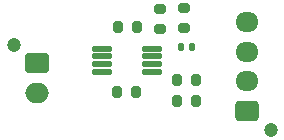
<source format=gts>
G04 #@! TF.GenerationSoftware,KiCad,Pcbnew,9.0.4*
G04 #@! TF.CreationDate,2025-11-13T19:39:22-05:00*
G04 #@! TF.ProjectId,thermistor circuit,74686572-6d69-4737-946f-722063697263,rev?*
G04 #@! TF.SameCoordinates,Original*
G04 #@! TF.FileFunction,Soldermask,Top*
G04 #@! TF.FilePolarity,Negative*
%FSLAX46Y46*%
G04 Gerber Fmt 4.6, Leading zero omitted, Abs format (unit mm)*
G04 Created by KiCad (PCBNEW 9.0.4) date 2025-11-13 19:39:22*
%MOMM*%
%LPD*%
G01*
G04 APERTURE LIST*
G04 Aperture macros list*
%AMRoundRect*
0 Rectangle with rounded corners*
0 $1 Rounding radius*
0 $2 $3 $4 $5 $6 $7 $8 $9 X,Y pos of 4 corners*
0 Add a 4 corners polygon primitive as box body*
4,1,4,$2,$3,$4,$5,$6,$7,$8,$9,$2,$3,0*
0 Add four circle primitives for the rounded corners*
1,1,$1+$1,$2,$3*
1,1,$1+$1,$4,$5*
1,1,$1+$1,$6,$7*
1,1,$1+$1,$8,$9*
0 Add four rect primitives between the rounded corners*
20,1,$1+$1,$2,$3,$4,$5,0*
20,1,$1+$1,$4,$5,$6,$7,0*
20,1,$1+$1,$6,$7,$8,$9,0*
20,1,$1+$1,$8,$9,$2,$3,0*%
G04 Aperture macros list end*
%ADD10C,1.200000*%
%ADD11RoundRect,0.250000X0.725000X-0.600000X0.725000X0.600000X-0.725000X0.600000X-0.725000X-0.600000X0*%
%ADD12O,1.950000X1.700000*%
%ADD13RoundRect,0.250000X-0.750000X0.600000X-0.750000X-0.600000X0.750000X-0.600000X0.750000X0.600000X0*%
%ADD14O,2.000000X1.700000*%
%ADD15RoundRect,0.200000X-0.200000X-0.275000X0.200000X-0.275000X0.200000X0.275000X-0.200000X0.275000X0*%
%ADD16RoundRect,0.200000X0.275000X-0.200000X0.275000X0.200000X-0.275000X0.200000X-0.275000X-0.200000X0*%
%ADD17RoundRect,0.125000X-0.687500X-0.125000X0.687500X-0.125000X0.687500X0.125000X-0.687500X0.125000X0*%
%ADD18RoundRect,0.200000X0.200000X0.275000X-0.200000X0.275000X-0.200000X-0.275000X0.200000X-0.275000X0*%
%ADD19RoundRect,0.140000X-0.140000X-0.170000X0.140000X-0.170000X0.140000X0.170000X-0.140000X0.170000X0*%
G04 APERTURE END LIST*
D10*
X200750000Y-88850000D03*
D11*
X198750000Y-87250000D03*
D12*
X198750000Y-84750000D03*
X198750000Y-82250000D03*
X198750000Y-79750000D03*
D10*
X179000000Y-81650000D03*
D13*
X181000000Y-83250000D03*
D14*
X181000000Y-85750000D03*
D15*
X192788840Y-86400000D03*
X194438840Y-86400000D03*
D16*
X191363840Y-80300000D03*
X191363840Y-78650000D03*
D17*
X186501340Y-82000000D03*
X186501340Y-82650000D03*
X186501340Y-83300000D03*
X186501340Y-83950000D03*
X190726340Y-83950000D03*
X190726340Y-83300000D03*
X190726340Y-82650000D03*
X190726340Y-82000000D03*
D18*
X194438840Y-84650000D03*
X192788840Y-84650000D03*
X189363840Y-85650000D03*
X187713840Y-85650000D03*
D16*
X193363840Y-80225000D03*
X193363840Y-78575000D03*
D15*
X187788840Y-80150000D03*
X189438840Y-80150000D03*
D19*
X193133840Y-81900000D03*
X194093840Y-81900000D03*
M02*

</source>
